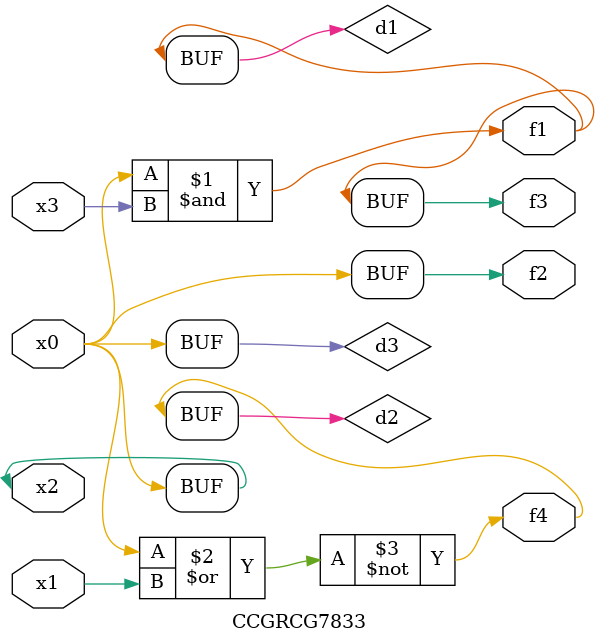
<source format=v>
module CCGRCG7833(
	input x0, x1, x2, x3,
	output f1, f2, f3, f4
);

	wire d1, d2, d3;

	and (d1, x2, x3);
	nor (d2, x0, x1);
	buf (d3, x0, x2);
	assign f1 = d1;
	assign f2 = d3;
	assign f3 = d1;
	assign f4 = d2;
endmodule

</source>
